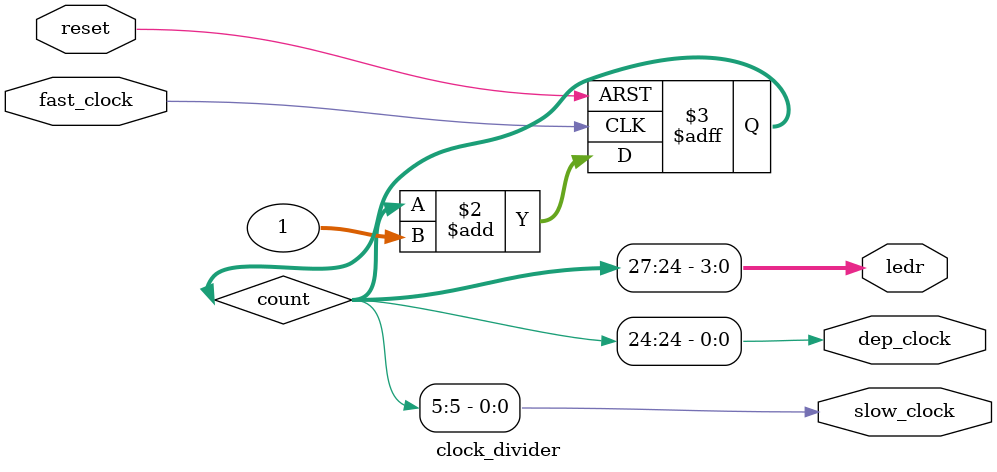
<source format=sv>
module clock_divider (
    input  logic        fast_clock,
	 input  logic        reset,
    output logic        slow_clock,
    output logic        dep_clock,
	 output logic [3:0]  ledr
);

    logic [31:0] count;

    always_ff @(posedge fast_clock or posedge reset) begin
        if (reset)
            count <= 32'd0;
        else
            count <= count + 1;
    end

    assign ledr     = count[27:24];
    assign slow_clock = count[5];   // Clock dividido (25Hz)
    assign dep_clock = count[24];  // Clock de depuração

endmodule

</source>
